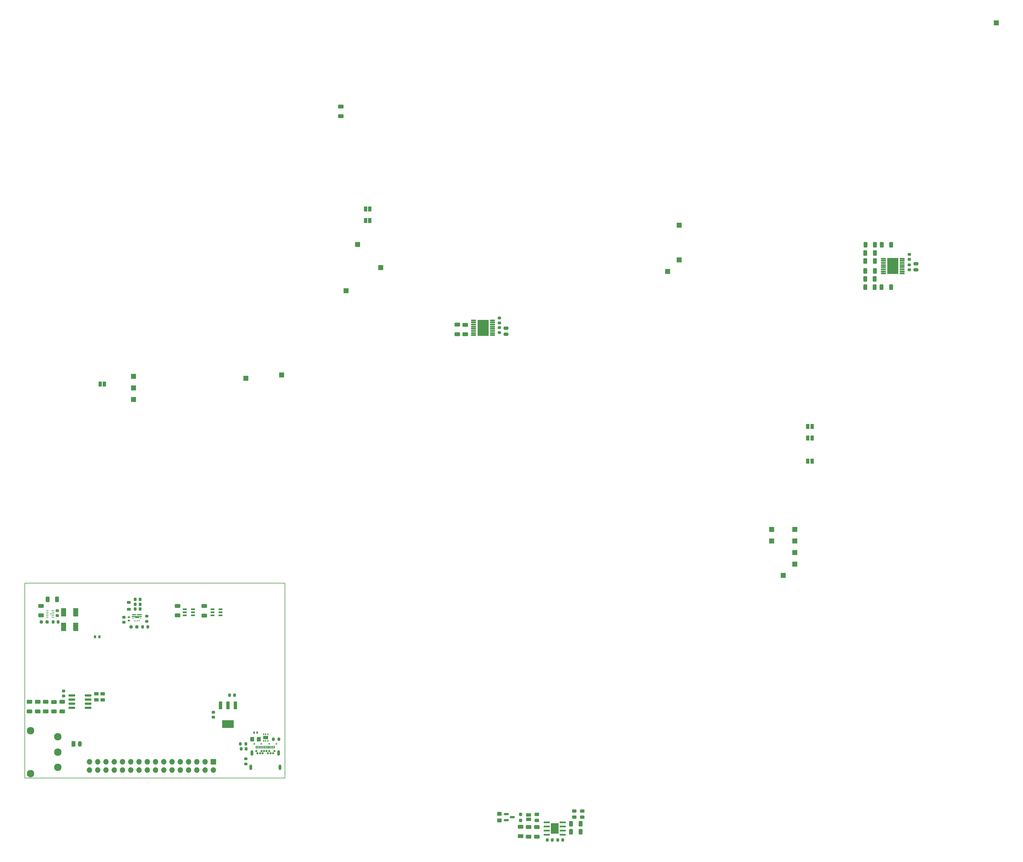
<source format=gbr>
%TF.GenerationSoftware,KiCad,Pcbnew,9.0.0*%
%TF.CreationDate,2025-03-27T16:23:26+02:00*%
%TF.ProjectId,MMPOwerBoardKiCAD9Version,4d4d504f-7765-4724-926f-6172644b6943,rev?*%
%TF.SameCoordinates,Original*%
%TF.FileFunction,Copper,L1,Top*%
%TF.FilePolarity,Positive*%
%FSLAX46Y46*%
G04 Gerber Fmt 4.6, Leading zero omitted, Abs format (unit mm)*
G04 Created by KiCad (PCBNEW 9.0.0) date 2025-03-27 16:23:26*
%MOMM*%
%LPD*%
G01*
G04 APERTURE LIST*
G04 Aperture macros list*
%AMRoundRect*
0 Rectangle with rounded corners*
0 $1 Rounding radius*
0 $2 $3 $4 $5 $6 $7 $8 $9 X,Y pos of 4 corners*
0 Add a 4 corners polygon primitive as box body*
4,1,4,$2,$3,$4,$5,$6,$7,$8,$9,$2,$3,0*
0 Add four circle primitives for the rounded corners*
1,1,$1+$1,$2,$3*
1,1,$1+$1,$4,$5*
1,1,$1+$1,$6,$7*
1,1,$1+$1,$8,$9*
0 Add four rect primitives between the rounded corners*
20,1,$1+$1,$2,$3,$4,$5,0*
20,1,$1+$1,$4,$5,$6,$7,0*
20,1,$1+$1,$6,$7,$8,$9,0*
20,1,$1+$1,$8,$9,$2,$3,0*%
G04 Aperture macros list end*
%TA.AperFunction,NonConductor*%
%ADD10C,0.200000*%
%TD*%
%TA.AperFunction,EtchedComponent*%
%ADD11C,0.010000*%
%TD*%
%TA.AperFunction,SMDPad,CuDef*%
%ADD12RoundRect,0.250000X-0.625000X0.312500X-0.625000X-0.312500X0.625000X-0.312500X0.625000X0.312500X0*%
%TD*%
%TA.AperFunction,SMDPad,CuDef*%
%ADD13RoundRect,0.250000X-0.312500X-0.625000X0.312500X-0.625000X0.312500X0.625000X-0.312500X0.625000X0*%
%TD*%
%TA.AperFunction,SMDPad,CuDef*%
%ADD14RoundRect,0.200000X0.200000X0.275000X-0.200000X0.275000X-0.200000X-0.275000X0.200000X-0.275000X0*%
%TD*%
%TA.AperFunction,SMDPad,CuDef*%
%ADD15RoundRect,0.250000X0.625000X-0.312500X0.625000X0.312500X-0.625000X0.312500X-0.625000X-0.312500X0*%
%TD*%
%TA.AperFunction,SMDPad,CuDef*%
%ADD16R,1.500000X1.500000*%
%TD*%
%TA.AperFunction,SMDPad,CuDef*%
%ADD17RoundRect,0.200000X-0.200000X-0.275000X0.200000X-0.275000X0.200000X0.275000X-0.200000X0.275000X0*%
%TD*%
%TA.AperFunction,SMDPad,CuDef*%
%ADD18RoundRect,0.243750X0.456250X-0.243750X0.456250X0.243750X-0.456250X0.243750X-0.456250X-0.243750X0*%
%TD*%
%TA.AperFunction,SMDPad,CuDef*%
%ADD19R,1.000000X1.500000*%
%TD*%
%TA.AperFunction,SMDPad,CuDef*%
%ADD20RoundRect,0.250000X-0.450000X0.262500X-0.450000X-0.262500X0.450000X-0.262500X0.450000X0.262500X0*%
%TD*%
%TA.AperFunction,SMDPad,CuDef*%
%ADD21R,0.300000X0.900000*%
%TD*%
%TA.AperFunction,ComponentPad*%
%ADD22C,0.640000*%
%TD*%
%TA.AperFunction,SMDPad,CuDef*%
%ADD23R,0.500000X0.300000*%
%TD*%
%TA.AperFunction,ComponentPad*%
%ADD24O,0.850000X1.700000*%
%TD*%
%TA.AperFunction,SMDPad,CuDef*%
%ADD25RoundRect,0.225000X0.250000X-0.225000X0.250000X0.225000X-0.250000X0.225000X-0.250000X-0.225000X0*%
%TD*%
%TA.AperFunction,SMDPad,CuDef*%
%ADD26RoundRect,0.237500X0.237500X-0.250000X0.237500X0.250000X-0.237500X0.250000X-0.237500X-0.250000X0*%
%TD*%
%TA.AperFunction,SMDPad,CuDef*%
%ADD27RoundRect,0.237500X0.250000X0.237500X-0.250000X0.237500X-0.250000X-0.237500X0.250000X-0.237500X0*%
%TD*%
%TA.AperFunction,SMDPad,CuDef*%
%ADD28RoundRect,0.150000X-0.587500X-0.150000X0.587500X-0.150000X0.587500X0.150000X-0.587500X0.150000X0*%
%TD*%
%TA.AperFunction,SMDPad,CuDef*%
%ADD29RoundRect,0.225000X0.225000X0.250000X-0.225000X0.250000X-0.225000X-0.250000X0.225000X-0.250000X0*%
%TD*%
%TA.AperFunction,SMDPad,CuDef*%
%ADD30RoundRect,0.250000X0.312500X0.625000X-0.312500X0.625000X-0.312500X-0.625000X0.312500X-0.625000X0*%
%TD*%
%TA.AperFunction,SMDPad,CuDef*%
%ADD31R,1.500000X2.500000*%
%TD*%
%TA.AperFunction,SMDPad,CuDef*%
%ADD32RoundRect,0.250000X0.475000X-0.250000X0.475000X0.250000X-0.475000X0.250000X-0.475000X-0.250000X0*%
%TD*%
%TA.AperFunction,SMDPad,CuDef*%
%ADD33RoundRect,0.050000X-0.250000X-0.075000X0.250000X-0.075000X0.250000X0.075000X-0.250000X0.075000X0*%
%TD*%
%TA.AperFunction,SMDPad,CuDef*%
%ADD34RoundRect,0.050000X-0.400000X-0.075000X0.400000X-0.075000X0.400000X0.075000X-0.400000X0.075000X0*%
%TD*%
%TA.AperFunction,SMDPad,CuDef*%
%ADD35RoundRect,0.050000X-0.600000X-0.075000X0.600000X-0.075000X0.600000X0.075000X-0.600000X0.075000X0*%
%TD*%
%TA.AperFunction,SMDPad,CuDef*%
%ADD36R,0.350000X0.500000*%
%TD*%
%TA.AperFunction,SMDPad,CuDef*%
%ADD37R,1.600000X1.000000*%
%TD*%
%TA.AperFunction,SMDPad,CuDef*%
%ADD38RoundRect,0.140000X0.140000X0.170000X-0.140000X0.170000X-0.140000X-0.170000X0.140000X-0.170000X0*%
%TD*%
%TA.AperFunction,SMDPad,CuDef*%
%ADD39RoundRect,0.072500X-0.532500X-0.217500X0.532500X-0.217500X0.532500X0.217500X-0.532500X0.217500X0*%
%TD*%
%TA.AperFunction,SMDPad,CuDef*%
%ADD40RoundRect,0.140000X0.170000X-0.140000X0.170000X0.140000X-0.170000X0.140000X-0.170000X-0.140000X0*%
%TD*%
%TA.AperFunction,SMDPad,CuDef*%
%ADD41R,1.240000X0.440000*%
%TD*%
%TA.AperFunction,SMDPad,CuDef*%
%ADD42R,3.040000X0.440000*%
%TD*%
%TA.AperFunction,SMDPad,CuDef*%
%ADD43R,0.600000X0.250000*%
%TD*%
%TA.AperFunction,SMDPad,CuDef*%
%ADD44R,0.250000X0.600000*%
%TD*%
%TA.AperFunction,SMDPad,CuDef*%
%ADD45R,1.590000X0.440000*%
%TD*%
%TA.AperFunction,ComponentPad*%
%ADD46C,2.300000*%
%TD*%
%TA.AperFunction,SMDPad,CuDef*%
%ADD47RoundRect,0.075000X0.910000X0.225000X-0.910000X0.225000X-0.910000X-0.225000X0.910000X-0.225000X0*%
%TD*%
%TA.AperFunction,ComponentPad*%
%ADD48RoundRect,0.250000X-0.350000X-0.625000X0.350000X-0.625000X0.350000X0.625000X-0.350000X0.625000X0*%
%TD*%
%TA.AperFunction,ComponentPad*%
%ADD49O,1.200000X1.750000*%
%TD*%
%TA.AperFunction,ComponentPad*%
%ADD50R,1.700000X1.700000*%
%TD*%
%TA.AperFunction,ComponentPad*%
%ADD51O,1.700000X1.700000*%
%TD*%
%TA.AperFunction,SMDPad,CuDef*%
%ADD52R,0.800000X0.864000*%
%TD*%
%TA.AperFunction,SMDPad,CuDef*%
%ADD53RoundRect,0.225000X-0.250000X0.225000X-0.250000X-0.225000X0.250000X-0.225000X0.250000X0.225000X0*%
%TD*%
%TA.AperFunction,SMDPad,CuDef*%
%ADD54RoundRect,0.225000X-0.225000X-0.250000X0.225000X-0.250000X0.225000X0.250000X-0.225000X0.250000X0*%
%TD*%
%TA.AperFunction,SMDPad,CuDef*%
%ADD55RoundRect,0.218750X-0.381250X0.218750X-0.381250X-0.218750X0.381250X-0.218750X0.381250X0.218750X0*%
%TD*%
%TA.AperFunction,SMDPad,CuDef*%
%ADD56R,1.050000X2.465000*%
%TD*%
%TA.AperFunction,SMDPad,CuDef*%
%ADD57R,3.540000X2.465000*%
%TD*%
%TA.AperFunction,SMDPad,CuDef*%
%ADD58R,1.970000X0.600000*%
%TD*%
%TA.AperFunction,SMDPad,CuDef*%
%ADD59R,2.413000X3.302000*%
%TD*%
%TA.AperFunction,SMDPad,CuDef*%
%ADD60RoundRect,0.200000X0.275000X-0.200000X0.275000X0.200000X-0.275000X0.200000X-0.275000X-0.200000X0*%
%TD*%
%TA.AperFunction,SMDPad,CuDef*%
%ADD61RoundRect,0.250000X0.450000X-0.350000X0.450000X0.350000X-0.450000X0.350000X-0.450000X-0.350000X0*%
%TD*%
%TA.AperFunction,SMDPad,CuDef*%
%ADD62R,1.500000X1.000000*%
%TD*%
%TA.AperFunction,SMDPad,CuDef*%
%ADD63RoundRect,0.250000X0.350000X0.450000X-0.350000X0.450000X-0.350000X-0.450000X0.350000X-0.450000X0*%
%TD*%
%TA.AperFunction,SMDPad,CuDef*%
%ADD64RoundRect,0.056250X-0.693750X-0.168750X0.693750X-0.168750X0.693750X0.168750X-0.693750X0.168750X0*%
%TD*%
%TA.AperFunction,SMDPad,CuDef*%
%ADD65R,3.400000X5.000000*%
%TD*%
%TA.AperFunction,ComponentPad*%
%ADD66C,0.300000*%
%TD*%
%TA.AperFunction,SMDPad,CuDef*%
%ADD67RoundRect,0.237500X-0.250000X-0.237500X0.250000X-0.237500X0.250000X0.237500X-0.250000X0.237500X0*%
%TD*%
G04 APERTURE END LIST*
D10*
X50000000Y-49500000D02*
X130000000Y-49500000D01*
X130000000Y-109500000D01*
X50000000Y-109500000D01*
X50000000Y-49500000D01*
D11*
%TO.C,U6*%
X85057500Y-60200484D02*
X83941151Y-60200484D01*
X83941151Y-60040000D01*
X85057500Y-60040000D01*
X85057500Y-60200484D01*
%TA.AperFunction,EtchedComponent*%
G36*
X85057500Y-60200484D02*
G01*
X83941151Y-60200484D01*
X83941151Y-60040000D01*
X85057500Y-60040000D01*
X85057500Y-60200484D01*
G37*
%TD.AperFunction*%
%TD*%
D12*
%TO.P,R2,2*%
%TO.N,GND*%
X183000000Y27037500D03*
%TO.P,R2,1*%
%TO.N,Net-(JP6-A)*%
X183000000Y29962500D03*
%TD*%
%TO.P,R2,2*%
%TO.N,GND*%
X147182500Y94075000D03*
%TO.P,R2,1*%
%TO.N,Net-(JP6-A)*%
X147182500Y97000000D03*
%TD*%
D13*
%TO.P,R3,2*%
%TO.N,Net-(R3-Pad2)*%
X311462500Y49500000D03*
%TO.P,R3,1*%
%TO.N,Net-(U9-AISEN)*%
X308537500Y49500000D03*
%TD*%
%TO.P,R8,2*%
%TO.N,Net-(R34-Pad1)*%
X311425000Y41500000D03*
%TO.P,R8,1*%
%TO.N,Net-(U9-BISEN)*%
X308500000Y41500000D03*
%TD*%
%TO.P,R5,2*%
%TO.N,Net-(R35-Pad1)*%
X311500000Y54500000D03*
%TO.P,R5,1*%
%TO.N,Net-(U9-AISEN)*%
X308575000Y54500000D03*
%TD*%
%TO.P,R7,2*%
%TO.N,GND*%
X311462500Y46500000D03*
%TO.P,R7,1*%
%TO.N,Net-(U9-BISEN)*%
X308537500Y46500000D03*
%TD*%
%TO.P,R4,2*%
%TO.N,GND*%
X311462500Y52000000D03*
%TO.P,R4,1*%
%TO.N,Net-(U9-AISEN)*%
X308537500Y52000000D03*
%TD*%
%TO.P,R6,2*%
%TO.N,Net-(R34-Pad2)*%
X311425000Y44000000D03*
%TO.P,R6,1*%
%TO.N,Net-(U9-BISEN)*%
X308500000Y44000000D03*
%TD*%
%TO.P,R34,2*%
%TO.N,Net-(R34-Pad2)*%
X316462500Y41500000D03*
%TO.P,R34,1*%
%TO.N,Net-(R34-Pad1)*%
X313537500Y41500000D03*
%TD*%
%TO.P,R35,2*%
%TO.N,Net-(R3-Pad2)*%
X316500000Y54500000D03*
%TO.P,R35,1*%
%TO.N,Net-(R35-Pad1)*%
X313575000Y54500000D03*
%TD*%
D12*
%TO.P,R37,1*%
%TO.N,/5V_charge*%
X202537500Y-124445000D03*
%TO.P,R37,2*%
%TO.N,Net-(U2-CE)*%
X202537500Y-127370000D03*
%TD*%
%TO.P,R24,1*%
%TO.N,/5V_charge*%
X205000000Y-124575000D03*
%TO.P,R24,2*%
%TO.N,Net-(U2-CE)*%
X205000000Y-127500000D03*
%TD*%
%TO.P,R23,1*%
%TO.N,/5V_charge*%
X207500000Y-124575000D03*
%TO.P,R23,2*%
%TO.N,Net-(U2-CE)*%
X207500000Y-127500000D03*
%TD*%
D14*
%TO.P,R20,1*%
%TO.N,Net-(C15-Pad1)*%
X118000000Y-99000000D03*
%TO.P,R20,2*%
%TO.N,GND*%
X116350000Y-99000000D03*
%TD*%
D15*
%TO.P,R32,1*%
%TO.N,/FromBattery*%
X59000000Y-89000000D03*
%TO.P,R32,2*%
%TO.N,/LoadCircuit*%
X59000000Y-86075000D03*
%TD*%
D16*
%TO.P,TP12,1,1*%
%TO.N,Net-(JP2-A)*%
X286825000Y-36540000D03*
%TD*%
D17*
%TO.P,R21,1*%
%TO.N,Net-(J1-SUB1)*%
X126500000Y-97500000D03*
%TO.P,R21,2*%
%TO.N,GND*%
X128150000Y-97500000D03*
%TD*%
D18*
%TO.P,D1,1,K*%
%TO.N,Net-(D1-K)*%
X221500000Y-121500000D03*
%TO.P,D1,2,A*%
%TO.N,/5V_charge*%
X221500000Y-119625000D03*
%TD*%
D19*
%TO.P,JP6,1,A*%
%TO.N,Net-(JP6-A)*%
X154850000Y61950000D03*
%TO.P,JP6,2,B*%
%TO.N,GND*%
X156150000Y61950000D03*
%TD*%
D20*
%TO.P,R25,1*%
%TO.N,GND*%
X207500000Y-120675000D03*
%TO.P,R25,2*%
%TO.N,Net-(JP7-B)*%
X207500000Y-122500000D03*
%TD*%
D15*
%TO.P,R30,1*%
%TO.N,/FromBattery*%
X54000000Y-88962500D03*
%TO.P,R30,2*%
%TO.N,/LoadCircuit*%
X54000000Y-86037500D03*
%TD*%
D21*
%TO.P,J1,A1,GND_A*%
%TO.N,GND*%
X121250000Y-99947500D03*
%TO.P,J1,A2,SSTXP1*%
%TO.N,unconnected-(J1-SSTXP1-PadA2)*%
X121750000Y-99947500D03*
%TO.P,J1,A3,SSTXN1*%
%TO.N,unconnected-(J1-SSTXN1-PadA3)*%
X122250000Y-99947500D03*
%TO.P,J1,A4,VBUS_A*%
%TO.N,Net-(JP1-B)*%
X122750000Y-99947500D03*
%TO.P,J1,A5,CC1*%
%TO.N,Net-(J1-CC1)*%
X123250000Y-99947500D03*
%TO.P,J1,A6,DP1*%
%TO.N,Net-(J1-DP1)*%
X123750000Y-99947500D03*
%TO.P,J1,A7,DN1*%
%TO.N,Net-(J1-DN1)*%
X124250000Y-99947500D03*
%TO.P,J1,A8,SUB1*%
%TO.N,Net-(J1-SUB1)*%
X124750000Y-99947500D03*
%TO.P,J1,A9,VBUS_A*%
%TO.N,Net-(JP1-B)*%
X125250000Y-99947500D03*
%TO.P,J1,A10,SSRXN2*%
%TO.N,unconnected-(J1-SSRXN2-PadA10)*%
X125750000Y-99947500D03*
%TO.P,J1,A11,SSRXP2*%
%TO.N,unconnected-(J1-SSRXP2-PadA11)*%
X126250000Y-99947500D03*
%TO.P,J1,A12,GND_A*%
%TO.N,GND*%
X126750000Y-99947500D03*
D22*
%TO.P,J1,B1,GND_B*%
X126800000Y-101157500D03*
%TO.P,J1,B2,SSTXP2*%
%TO.N,unconnected-(J1-SSTXP2-PadB2)*%
X126400000Y-101857500D03*
%TO.P,J1,B3,SSTXN2*%
%TO.N,unconnected-(J1-SSTXN2-PadB3)*%
X125600000Y-101857500D03*
%TO.P,J1,B4,VBUS_B*%
%TO.N,Net-(JP1-B)*%
X125200000Y-101157500D03*
%TO.P,J1,B5,CC2*%
%TO.N,Net-(J1-CC2)*%
X124800000Y-101857500D03*
%TO.P,J1,B6,DP2*%
%TO.N,Net-(J1-DP1)*%
X124400000Y-101157500D03*
%TO.P,J1,B7,DN2*%
%TO.N,Net-(J1-DN1)*%
X123600000Y-101157500D03*
%TO.P,J1,B8,SUB2*%
%TO.N,Net-(J1-SUB2)*%
X123200000Y-101857500D03*
%TO.P,J1,B9,VBUS_B*%
%TO.N,Net-(JP1-B)*%
X122800000Y-101157500D03*
%TO.P,J1,B10,SSRXN1*%
%TO.N,unconnected-(J1-SSRXN1-PadB10)*%
X122400000Y-101857500D03*
%TO.P,J1,B11,SSRXP1*%
%TO.N,unconnected-(J1-SSRXP1-PadB11)*%
X121600000Y-101857500D03*
%TO.P,J1,B12,GND_B*%
%TO.N,GND*%
X121200000Y-101157500D03*
D23*
%TO.P,J1,S1,SHIELD*%
%TO.N,Net-(C15-Pad1)*%
X120630000Y-98957500D03*
%TO.P,J1,S2,SHIELD*%
X122750000Y-98957500D03*
%TO.P,J1,S3,SHIELD*%
X125250000Y-98957500D03*
%TO.P,J1,S4,SHIELD*%
X127380000Y-98957500D03*
D24*
%TO.P,J1,S5,SHIELD*%
X119880000Y-101747500D03*
%TO.P,J1,S6,SHIELD*%
X128120000Y-101747500D03*
%TO.P,J1,S7,SHIELD*%
X119510000Y-106147500D03*
%TO.P,J1,S8,SHIELD*%
X128480000Y-106147500D03*
%TD*%
D25*
%TO.P,C5,1*%
%TO.N,/LoadCircuit*%
X322100000Y46800000D03*
%TO.P,C5,2*%
%TO.N,GND*%
X322100000Y48350000D03*
%TD*%
D26*
%TO.P,R26,1*%
%TO.N,Net-(Q1-C)*%
X202500000Y-122500000D03*
%TO.P,R26,2*%
%TO.N,Net-(JP7-A)*%
X202500000Y-120675000D03*
%TD*%
D15*
%TO.P,R31,1*%
%TO.N,/FromBattery*%
X56500000Y-88962500D03*
%TO.P,R31,2*%
%TO.N,/LoadCircuit*%
X56500000Y-86037500D03*
%TD*%
D19*
%TO.P,JP1,1,A*%
%TO.N,/9V*%
X290850000Y-1350000D03*
%TO.P,JP1,2,B*%
%TO.N,Net-(JP1-B)*%
X292150000Y-1350000D03*
%TD*%
%TO.P,JP3,1,A*%
%TO.N,/5V*%
X73231834Y11690000D03*
%TO.P,JP3,2,B*%
%TO.N,Net-(JP3-B)*%
X74531834Y11690000D03*
%TD*%
D27*
%TO.P,R14,1*%
%TO.N,Net-(JP2-A)*%
X56912500Y-61500000D03*
%TO.P,R14,2*%
X55087500Y-61500000D03*
%TD*%
D19*
%TO.P,JP4,1,A*%
%TO.N,Net-(JP4-A)*%
X290850000Y-12000000D03*
%TO.P,JP4,2,B*%
%TO.N,/5V_charge*%
X292150000Y-12000000D03*
%TD*%
D18*
%TO.P,D2,1,K*%
%TO.N,Net-(D2-K)*%
X219000000Y-121500000D03*
%TO.P,D2,2,A*%
%TO.N,/5V_charge*%
X219000000Y-119625000D03*
%TD*%
D16*
%TO.P,TP2,1,1*%
%TO.N,/LoadCircuit*%
X279725000Y-36540000D03*
%TD*%
D28*
%TO.P,Q1,1,B*%
%TO.N,Net-(Q1-B)*%
X198125000Y-120550000D03*
%TO.P,Q1,2,E*%
%TO.N,GND*%
X198125000Y-122450000D03*
%TO.P,Q1,3,C*%
%TO.N,Net-(Q1-C)*%
X200000000Y-121500000D03*
%TD*%
D29*
%TO.P,C12,1*%
%TO.N,Net-(JP3-B)*%
X85500000Y-57500000D03*
%TO.P,C12,2*%
%TO.N,GND*%
X83950000Y-57500000D03*
%TD*%
D30*
%TO.P,R28,1*%
%TO.N,Net-(D2-K)*%
X220962500Y-123500000D03*
%TO.P,R28,2*%
%TO.N,Net-(U2-~{CHRG})*%
X218037500Y-123500000D03*
%TD*%
D17*
%TO.P,R36,1*%
%TO.N,Net-(R13-Pad2)*%
X86262500Y-63000000D03*
%TO.P,R36,2*%
%TO.N,Net-(U6-FB)*%
X87912500Y-63000000D03*
%TD*%
D29*
%TO.P,C15,1*%
%TO.N,Net-(C15-Pad1)*%
X118115000Y-100490000D03*
%TO.P,C15,2*%
%TO.N,GND*%
X116565000Y-100490000D03*
%TD*%
D31*
%TO.P,L3,1,1*%
%TO.N,Net-(U4-L2)*%
X62000000Y-63000000D03*
%TO.P,L3,2,2*%
%TO.N,Net-(L2-Pad1)*%
X65700000Y-63000000D03*
%TD*%
D32*
%TO.P,C3,1*%
%TO.N,/LoadCircuit*%
X198000000Y27000000D03*
%TO.P,C3,2*%
%TO.N,Net-(U3-VCP)*%
X198000000Y28900000D03*
%TD*%
D19*
%TO.P,JP5,1,A*%
%TO.N,Net-(JP5-A)*%
X154850000Y65500000D03*
%TO.P,JP5,2,B*%
%TO.N,GND*%
X156150000Y65500000D03*
%TD*%
D33*
%TO.P,U4,1,EN*%
%TO.N,/LoadCircuit*%
X57000000Y-58000000D03*
%TO.P,U4,2,MODE*%
%TO.N,GND*%
X57000000Y-58500000D03*
%TO.P,U4,3,AGND*%
%TO.N,GNDA*%
X57000000Y-59000000D03*
%TO.P,U4,4,FB*%
%TO.N,Net-(JP2-A)*%
X57000000Y-59500000D03*
%TO.P,U4,5,PG*%
X57000000Y-60000000D03*
D34*
%TO.P,U4,6,VOUT*%
X58650000Y-60000000D03*
%TO.P,U4,7,L2*%
%TO.N,Net-(U4-L2)*%
X58650000Y-59500000D03*
D35*
%TO.P,U4,8,GND*%
%TO.N,GND*%
X58450000Y-59000000D03*
D34*
%TO.P,U4,9,L1*%
%TO.N,Net-(U4-L1)*%
X58650000Y-58500000D03*
%TO.P,U4,10,VIN*%
%TO.N,/LoadCircuit*%
X58650000Y-58000000D03*
%TD*%
D16*
%TO.P,TP6,1,1*%
%TO.N,/Motor2_A_OUT*%
X152400000Y54600000D03*
%TD*%
D36*
%TO.P,U1,1,CC1*%
%TO.N,Net-(J1-CC1)*%
X124800000Y-96000000D03*
%TO.P,U1,2,VUSB*%
%TO.N,Net-(JP1-B)*%
X124150000Y-96000000D03*
%TO.P,U1,3,VSET*%
%TO.N,Net-(U1-VSET)*%
X123500000Y-96000000D03*
%TO.P,U1,4,D+*%
%TO.N,Net-(J1-DP1)*%
X123500000Y-98000000D03*
%TO.P,U1,5,D-*%
%TO.N,Net-(J1-DN1)*%
X124150000Y-98000000D03*
%TO.P,U1,6,CC2*%
%TO.N,Net-(J1-CC2)*%
X124800000Y-98000000D03*
D37*
%TO.P,U1,7,GND*%
%TO.N,GND*%
X124150000Y-97000000D03*
%TD*%
D16*
%TO.P,TP11,1,1*%
%TO.N,Net-(JP2-A)*%
X286825000Y-32990000D03*
%TD*%
D38*
%TO.P,C16,1*%
%TO.N,Net-(JP1-B)*%
X121500000Y-95500000D03*
%TO.P,C16,2*%
%TO.N,GND*%
X120540000Y-95500000D03*
%TD*%
D39*
%TO.P,U10,1,VIN*%
%TO.N,/5V*%
X107745000Y-57550000D03*
%TO.P,U10,2,GND*%
%TO.N,GND*%
X107745000Y-58500000D03*
%TO.P,U10,3,ON*%
%TO.N,/EXT_LOAD2_CTRL*%
X107745000Y-59450000D03*
%TO.P,U10,4,CT*%
%TO.N,unconnected-(U10-CT-Pad4)*%
X110255000Y-59450000D03*
%TO.P,U10,5,QOD*%
%TO.N,unconnected-(U10-QOD-Pad5)*%
X110255000Y-58500000D03*
%TO.P,U10,6,VOUT*%
%TO.N,/EXT_LOAD2_OUT*%
X110255000Y-57550000D03*
%TD*%
D40*
%TO.P,C9,1*%
%TO.N,/LoadCircuit*%
X82000000Y-61000000D03*
%TO.P,C9,2*%
%TO.N,GND*%
X82000000Y-60040000D03*
%TD*%
D41*
%TO.P,U6,1,PGND*%
%TO.N,GND*%
X83600000Y-59230000D03*
D42*
%TO.P,U6,2,SW*%
%TO.N,Net-(U6-SW)*%
X84500000Y-59830000D03*
D43*
%TO.P,U6,3,VIN*%
%TO.N,/LoadCircuit*%
X83350000Y-60475000D03*
D44*
%TO.P,U6,4,CC*%
%TO.N,GNDA*%
X83750000Y-61150000D03*
%TO.P,U6,5,AGND*%
X84250000Y-61150000D03*
%TO.P,U6,6,FB*%
%TO.N,Net-(U6-FB)*%
X84750000Y-61150000D03*
%TO.P,U6,7,EN*%
%TO.N,/LoadCircuit*%
X85250000Y-61150000D03*
D43*
%TO.P,U6,8,INACT*%
%TO.N,GNDA*%
X85650000Y-60475000D03*
D45*
%TO.P,U6,9,VOUT*%
%TO.N,Net-(JP3-B)*%
X85225000Y-59230000D03*
%TD*%
D46*
%TO.P,SW1,1,1*%
%TO.N,/ChargingCircuit*%
X60200000Y-106200000D03*
%TO.P,SW1,2,2*%
%TO.N,/Battery*%
X60200000Y-101500000D03*
%TO.P,SW1,3,3*%
%TO.N,/FromBattery*%
X60200000Y-96800000D03*
%TO.P,SW1,4,4*%
%TO.N,unconnected-(SW1-Pad4)*%
X51800000Y-94900000D03*
%TO.P,SW1,5,5*%
%TO.N,unconnected-(SW1-Pad5)*%
X51800000Y-108100000D03*
%TD*%
D15*
%TO.P,R15,1*%
%TO.N,Net-(JP2-A)*%
X55000000Y-59462500D03*
%TO.P,R15,2*%
%TO.N,GNDA*%
X55000000Y-56537500D03*
%TD*%
D47*
%TO.P,U7,1,A1*%
%TO.N,/3V3*%
X69470000Y-87905000D03*
%TO.P,U7,2,A0*%
X69470000Y-86635000D03*
%TO.P,U7,3,SDA*%
%TO.N,/I2C1_SDA*%
X69470000Y-85365000D03*
%TO.P,U7,4,SCL*%
%TO.N,/I2C1_SCL*%
X69470000Y-84095000D03*
%TO.P,U7,5,VS*%
%TO.N,/3V3*%
X64530000Y-84095000D03*
%TO.P,U7,6,GND*%
%TO.N,GND*%
X64530000Y-85365000D03*
%TO.P,U7,7,VIN-*%
%TO.N,/LoadCircuit*%
X64530000Y-86635000D03*
%TO.P,U7,8,VIN+*%
%TO.N,/FromBattery*%
X64530000Y-87905000D03*
%TD*%
D48*
%TO.P,J3,1,Pin_1*%
%TO.N,/Battery*%
X65000000Y-98950000D03*
D49*
%TO.P,J3,2,Pin_2*%
%TO.N,GND*%
X67000000Y-98950000D03*
%TD*%
D50*
%TO.P,J2,1,Pin_1*%
%TO.N,/Motor2_B_OUT*%
X108040000Y-104460000D03*
D51*
%TO.P,J2,2,Pin_2*%
%TO.N,/Motor2_A_OUT*%
X108040000Y-107000000D03*
%TO.P,J2,3,Pin_3*%
%TO.N,/Motor4_A_OUT*%
X105500000Y-104460000D03*
%TO.P,J2,4,Pin_4*%
%TO.N,/MOTOR2_CTRL1*%
X105500000Y-107000000D03*
%TO.P,J2,5,Pin_5*%
%TO.N,/Motor4_B_OUT*%
X102960000Y-104460000D03*
%TO.P,J2,6,Pin_6*%
%TO.N,/MOTOR2_CTRL2*%
X102960000Y-107000000D03*
%TO.P,J2,7,Pin_7*%
%TO.N,/EXT_LOAD2_CTRL*%
X100420000Y-104460000D03*
%TO.P,J2,8,Pin_8*%
%TO.N,/MOTOR4_CTRL1*%
X100420000Y-107000000D03*
%TO.P,J2,9,Pin_9*%
%TO.N,unconnected-(J2-Pin_9-Pad9)*%
X97880000Y-104460000D03*
%TO.P,J2,10,Pin_10*%
%TO.N,/MOTOR4_CTRL2*%
X97880000Y-107000000D03*
%TO.P,J2,11,Pin_11*%
%TO.N,/EXT_LOAD2_OUT*%
X95340000Y-104460000D03*
%TO.P,J2,12,Pin_12*%
%TO.N,unconnected-(J2-Pin_12-Pad12)*%
X95340000Y-107000000D03*
%TO.P,J2,13,Pin_13*%
%TO.N,/FAST_CHARGE_CTRL*%
X92800000Y-104460000D03*
%TO.P,J2,14,Pin_14*%
%TO.N,/Battery*%
X92800000Y-107000000D03*
%TO.P,J2,15,Pin_15*%
%TO.N,unconnected-(J2-Pin_15-Pad15)*%
X90260000Y-104460000D03*
%TO.P,J2,16,Pin_16*%
%TO.N,/I2C1_SCL*%
X90260000Y-107000000D03*
%TO.P,J2,17,Pin_17*%
%TO.N,/I2C1_SDA*%
X87720000Y-104460000D03*
%TO.P,J2,18,Pin_18*%
%TO.N,/3V3*%
X87720000Y-107000000D03*
%TO.P,J2,19,Pin_19*%
%TO.N,GND*%
X85180000Y-104460000D03*
%TO.P,J2,20,Pin_20*%
%TO.N,/5V*%
X85180000Y-107000000D03*
%TO.P,J2,21,Pin_21*%
%TO.N,/EXT_LOAD1_OUT*%
X82640000Y-104460000D03*
%TO.P,J2,22,Pin_22*%
%TO.N,/9V*%
X82640000Y-107000000D03*
%TO.P,J2,23,Pin_23*%
%TO.N,GND*%
X80100000Y-104460000D03*
%TO.P,J2,24,Pin_24*%
%TO.N,/MOTOR3_CTRL1*%
X80100000Y-107000000D03*
%TO.P,J2,25,Pin_25*%
%TO.N,/EXT_LOAD1_CTRL*%
X77560000Y-104460000D03*
%TO.P,J2,26,Pin_26*%
%TO.N,/MOTOR3_CTRL2*%
X77560000Y-107000000D03*
%TO.P,J2,27,Pin_27*%
%TO.N,/Motor3_A_OUT*%
X75020000Y-104460000D03*
%TO.P,J2,28,Pin_28*%
%TO.N,/MOTOR1_CTRL1*%
X75020000Y-107000000D03*
%TO.P,J2,29,Pin_29*%
%TO.N,/Motor3_B_OUT*%
X72480000Y-104460000D03*
%TO.P,J2,30,Pin_30*%
%TO.N,/MOTOR1_CTRL2*%
X72480000Y-107000000D03*
%TO.P,J2,31,Pin_31*%
%TO.N,/Motor1_B_OUT*%
X69940000Y-104460000D03*
%TO.P,J2,32,Pin_32*%
%TO.N,/Motor1_A_OUT*%
X69940000Y-107000000D03*
%TD*%
D16*
%TO.P,TP16,1,1*%
%TO.N,/Motor4_A_OUT*%
X251256834Y60520000D03*
%TD*%
D12*
%TO.P,R1,1*%
%TO.N,Net-(JP5-A)*%
X185500000Y29925000D03*
%TO.P,R1,2*%
%TO.N,GND*%
X185500000Y27000000D03*
%TD*%
D30*
%TO.P,R16,1*%
%TO.N,/LoadCircuit*%
X59962500Y-54500000D03*
%TO.P,R16,2*%
%TO.N,Net-(JP2-A)*%
X57037500Y-54500000D03*
%TD*%
D19*
%TO.P,JP2,1,A*%
%TO.N,Net-(JP2-A)*%
X290850000Y-4900000D03*
%TO.P,JP2,2,B*%
%TO.N,/3V3*%
X292150000Y-4900000D03*
%TD*%
D16*
%TO.P,TP10,1,1*%
%TO.N,GNDA*%
X283275000Y-47190000D03*
%TD*%
D52*
%TO.P,FB1,1*%
%TO.N,GNDA*%
X71600000Y-66000000D03*
%TO.P,FB1,2*%
%TO.N,GND*%
X73000000Y-66000000D03*
%TD*%
D15*
%TO.P,R17,1*%
%TO.N,/EXT_LOAD1_CTRL*%
X97000000Y-59462500D03*
%TO.P,R17,2*%
%TO.N,GND*%
X97000000Y-56537500D03*
%TD*%
D16*
%TO.P,TP5,1,1*%
%TO.N,/Motor2_B_OUT*%
X148850000Y40400000D03*
%TD*%
D29*
%TO.P,C11,1*%
%TO.N,Net-(JP3-B)*%
X85500000Y-56000000D03*
%TO.P,C11,2*%
%TO.N,GND*%
X83950000Y-56000000D03*
%TD*%
%TO.P,C10,1*%
%TO.N,Net-(JP3-B)*%
X85500000Y-54500000D03*
%TO.P,C10,2*%
%TO.N,GND*%
X83950000Y-54500000D03*
%TD*%
D53*
%TO.P,C13,1*%
%TO.N,/LoadCircuit*%
X60000000Y-58000000D03*
%TO.P,C13,2*%
%TO.N,GND*%
X60000000Y-59550000D03*
%TD*%
D54*
%TO.P,C14,1*%
%TO.N,Net-(JP2-A)*%
X58725000Y-61500000D03*
%TO.P,C14,2*%
%TO.N,GND*%
X60275000Y-61500000D03*
%TD*%
D16*
%TO.P,TP4,1,1*%
%TO.N,/EXT_LOAD1_OUT*%
X118000000Y13500000D03*
%TD*%
D55*
%TO.P,L1,1,1*%
%TO.N,/LoadCircuit*%
X82000000Y-55437500D03*
%TO.P,L1,2,2*%
%TO.N,Net-(U6-SW)*%
X82000000Y-57562500D03*
%TD*%
D20*
%TO.P,R10,1*%
%TO.N,/3V3*%
X74000000Y-83587500D03*
%TO.P,R10,2*%
%TO.N,/I2C1_SCL*%
X74000000Y-85412500D03*
%TD*%
D56*
%TO.P,U11,1,GND*%
%TO.N,GND*%
X114800000Y-87142500D03*
%TO.P,U11,2,Vout*%
%TO.N,Net-(JP4-A)*%
X112500000Y-87142500D03*
%TO.P,U11,3,Vin*%
%TO.N,/9V*%
X110200000Y-87142500D03*
D57*
%TO.P,U11,4,Vout*%
%TO.N,unconnected-(U11-Vout-Pad4)*%
X112500000Y-92857500D03*
%TD*%
D16*
%TO.P,TP19,1,1*%
%TO.N,Net-(U9-AISEN)*%
X251256834Y49870000D03*
%TD*%
D15*
%TO.P,R18,1*%
%TO.N,/EXT_LOAD2_CTRL*%
X105245000Y-59500000D03*
%TO.P,R18,2*%
%TO.N,GND*%
X105245000Y-56575000D03*
%TD*%
D58*
%TO.P,U2,1,TEMP*%
%TO.N,GND*%
X210525000Y-123095000D03*
%TO.P,U2,2,PROG*%
%TO.N,Net-(JP7-B)*%
X210525000Y-124365000D03*
%TO.P,U2,3,GND*%
%TO.N,GND*%
X210525000Y-125635000D03*
%TO.P,U2,4,VCC*%
%TO.N,Net-(U2-CE)*%
X210525000Y-126905000D03*
%TO.P,U2,5,BAT*%
%TO.N,/ChargingCircuit*%
X215475000Y-126905000D03*
%TO.P,U2,6,~{STDBY}*%
%TO.N,Net-(U2-~{STDBY})*%
X215475000Y-125635000D03*
%TO.P,U2,7,~{CHRG}*%
%TO.N,Net-(U2-~{CHRG})*%
X215475000Y-124365000D03*
%TO.P,U2,8,CE*%
%TO.N,Net-(U2-CE)*%
X215475000Y-123095000D03*
D59*
%TO.P,U2,9,EXP*%
%TO.N,GND*%
X213000000Y-125000000D03*
%TD*%
D31*
%TO.P,L2,1,1*%
%TO.N,Net-(L2-Pad1)*%
X65700000Y-58500000D03*
%TO.P,L2,2,2*%
%TO.N,Net-(U4-L1)*%
X62000000Y-58500000D03*
%TD*%
D60*
%TO.P,R22,1*%
%TO.N,Net-(J1-SUB2)*%
X118000000Y-105150000D03*
%TO.P,R22,2*%
%TO.N,GND*%
X118000000Y-103500000D03*
%TD*%
D30*
%TO.P,R29,1*%
%TO.N,Net-(D1-K)*%
X220962500Y-126000000D03*
%TO.P,R29,2*%
%TO.N,Net-(U2-~{STDBY})*%
X218037500Y-126000000D03*
%TD*%
D53*
%TO.P,C7,1*%
%TO.N,/3V3*%
X62000000Y-82725000D03*
%TO.P,C7,2*%
%TO.N,GND*%
X62000000Y-84275000D03*
%TD*%
D32*
%TO.P,C4,1*%
%TO.N,/LoadCircuit*%
X324100000Y46800000D03*
%TO.P,C4,2*%
%TO.N,Net-(U9-VCP)*%
X324100000Y48700000D03*
%TD*%
D25*
%TO.P,C2,1*%
%TO.N,/LoadCircuit*%
X196000000Y27500000D03*
%TO.P,C2,2*%
%TO.N,GND*%
X196000000Y29050000D03*
%TD*%
D16*
%TO.P,TP7,1,1*%
%TO.N,Net-(JP3-B)*%
X83500000Y14050000D03*
%TD*%
D15*
%TO.P,R33,1*%
%TO.N,/FromBattery*%
X61500000Y-88962500D03*
%TO.P,R33,2*%
%TO.N,/LoadCircuit*%
X61500000Y-86037500D03*
%TD*%
D20*
%TO.P,R11,1*%
%TO.N,/3V3*%
X72000000Y-83587500D03*
%TO.P,R11,2*%
%TO.N,/I2C1_SDA*%
X72000000Y-85412500D03*
%TD*%
D16*
%TO.P,TP17,1,1*%
%TO.N,Net-(U9-BISEN)*%
X348829334Y122760000D03*
%TD*%
D61*
%TO.P,R27,1*%
%TO.N,/FAST_CHARGE_CTRL*%
X196000000Y-122500000D03*
%TO.P,R27,2*%
%TO.N,Net-(Q1-B)*%
X196000000Y-120500000D03*
%TD*%
D16*
%TO.P,TP15,1,1*%
%TO.N,/Motor4_B_OUT*%
X247706834Y46320000D03*
%TD*%
%TO.P,TP8,1,1*%
%TO.N,Net-(U6-FB)*%
X83500000Y10500000D03*
%TD*%
D62*
%TO.P,JP7,1,A*%
%TO.N,Net-(JP7-A)*%
X205000000Y-120850000D03*
%TO.P,JP7,2,B*%
%TO.N,Net-(JP7-B)*%
X205000000Y-122150000D03*
%TD*%
D63*
%TO.P,R19,1*%
%TO.N,Net-(U1-VSET)*%
X122000000Y-97500000D03*
%TO.P,R19,2*%
%TO.N,GND*%
X120000000Y-97500000D03*
%TD*%
D53*
%TO.P,C18,1*%
%TO.N,/9V*%
X108000000Y-89225000D03*
%TO.P,C18,2*%
%TO.N,GND*%
X108000000Y-90775000D03*
%TD*%
D15*
%TO.P,R9,1*%
%TO.N,/FromBattery*%
X51500000Y-88962500D03*
%TO.P,R9,2*%
%TO.N,/LoadCircuit*%
X51500000Y-86037500D03*
%TD*%
D16*
%TO.P,TP18,1,1*%
%TO.N,GND*%
X159500000Y47500000D03*
%TD*%
D53*
%TO.P,C1,1*%
%TO.N,Net-(U3-VINT)*%
X196000000Y32050000D03*
%TO.P,C1,2*%
%TO.N,GND*%
X196000000Y30500000D03*
%TD*%
D54*
%TO.P,C20,1*%
%TO.N,Net-(U2-CE)*%
X210725000Y-128500000D03*
%TO.P,C20,2*%
%TO.N,GND*%
X212275000Y-128500000D03*
%TD*%
D64*
%TO.P,U9,1,NSLEEP*%
%TO.N,/3V3*%
X314100000Y50250000D03*
%TO.P,U9,2,AOUT1*%
%TO.N,/Motor3_A_OUT*%
X314100000Y49600000D03*
%TO.P,U9,3,AISEN*%
%TO.N,Net-(U9-AISEN)*%
X314100000Y48950000D03*
%TO.P,U9,4,AOUT2*%
%TO.N,/Motor3_B_OUT*%
X314100000Y48300000D03*
%TO.P,U9,5,BOUT2*%
%TO.N,/Motor4_B_OUT*%
X314100000Y47650000D03*
%TO.P,U9,6,BISEN*%
%TO.N,Net-(U9-BISEN)*%
X314100000Y47000000D03*
%TO.P,U9,7,BOUT1*%
%TO.N,/Motor4_A_OUT*%
X314100000Y46350000D03*
%TO.P,U9,8,~{NFAULT}*%
%TO.N,unconnected-(U9-~{NFAULT}-Pad8)*%
X314100000Y45700000D03*
%TO.P,U9,9,BIN1*%
%TO.N,/MOTOR4_CTRL1*%
X319900000Y45700000D03*
%TO.P,U9,10,BIN2*%
%TO.N,/MOTOR4_CTRL2*%
X319900000Y46350000D03*
%TO.P,U9,11,VCP*%
%TO.N,Net-(U9-VCP)*%
X319900000Y47000000D03*
%TO.P,U9,12,VM*%
%TO.N,/LoadCircuit*%
X319900000Y47650000D03*
%TO.P,U9,13,GND*%
%TO.N,GND*%
X319900000Y48300000D03*
%TO.P,U9,14,VINT*%
%TO.N,Net-(U9-VINT)*%
X319900000Y48950000D03*
%TO.P,U9,15,AIN2*%
%TO.N,/MOTOR3_CTRL2*%
X319900000Y49600000D03*
%TO.P,U9,16,AIN1*%
%TO.N,/MOTOR3_CTRL1*%
X319900000Y50250000D03*
D65*
%TO.P,U9,17,EXP*%
%TO.N,GND*%
X317000000Y47975000D03*
D66*
%TO.P,U9,18*%
%TO.N,N/C*%
X316000000Y49775000D03*
%TO.P,U9,19*%
X317000000Y49775000D03*
%TO.P,U9,20*%
X318000000Y49775000D03*
%TO.P,U9,21*%
X316000000Y48575000D03*
%TO.P,U9,22*%
X317000000Y48575000D03*
%TO.P,U9,23*%
X318000000Y48575000D03*
%TO.P,U9,24*%
X316000000Y47375000D03*
%TO.P,U9,25*%
X317000000Y47375000D03*
%TO.P,U9,26*%
X318000000Y47375000D03*
%TO.P,U9,27*%
X316000000Y46175000D03*
%TO.P,U9,28*%
X317000000Y46175000D03*
%TO.P,U9,29*%
X318000000Y46175000D03*
%TD*%
D54*
%TO.P,C19,1*%
%TO.N,Net-(JP4-A)*%
X113000000Y-84000000D03*
%TO.P,C19,2*%
%TO.N,GND*%
X114550000Y-84000000D03*
%TD*%
D16*
%TO.P,TP3,1,1*%
%TO.N,/EXT_LOAD2_OUT*%
X129000000Y14500000D03*
%TD*%
D25*
%TO.P,C8,1*%
%TO.N,/LoadCircuit*%
X80500000Y-61550000D03*
%TO.P,C8,2*%
%TO.N,GND*%
X80500000Y-60000000D03*
%TD*%
D16*
%TO.P,TP9,1,1*%
%TO.N,GNDA*%
X83500000Y6950000D03*
%TD*%
D29*
%TO.P,C21,1*%
%TO.N,/ChargingCircuit*%
X215500000Y-128500000D03*
%TO.P,C21,2*%
%TO.N,GND*%
X213950000Y-128500000D03*
%TD*%
D53*
%TO.P,C6,1*%
%TO.N,Net-(U9-VINT)*%
X322100000Y51575000D03*
%TO.P,C6,2*%
%TO.N,GND*%
X322100000Y50025000D03*
%TD*%
D16*
%TO.P,TP1,1,1*%
%TO.N,/FromBattery*%
X279725000Y-32990000D03*
%TD*%
D60*
%TO.P,R12,1*%
%TO.N,Net-(U6-FB)*%
X87500000Y-61325000D03*
%TO.P,R12,2*%
%TO.N,Net-(JP3-B)*%
X87500000Y-59675000D03*
%TD*%
D39*
%TO.P,U5,1,VIN*%
%TO.N,/5V*%
X99245000Y-57550000D03*
%TO.P,U5,2,GND*%
%TO.N,GND*%
X99245000Y-58500000D03*
%TO.P,U5,3,ON*%
%TO.N,/EXT_LOAD1_CTRL*%
X99245000Y-59450000D03*
%TO.P,U5,4,CT*%
%TO.N,unconnected-(U5-CT-Pad4)*%
X101755000Y-59450000D03*
%TO.P,U5,5,QOD*%
%TO.N,unconnected-(U5-QOD-Pad5)*%
X101755000Y-58500000D03*
%TO.P,U5,6,VOUT*%
%TO.N,/EXT_LOAD1_OUT*%
X101755000Y-57550000D03*
%TD*%
D16*
%TO.P,TP13,1,1*%
%TO.N,Net-(U1-VSET)*%
X286825000Y-40090000D03*
%TD*%
D67*
%TO.P,R13,1*%
%TO.N,GNDA*%
X82675000Y-63000000D03*
%TO.P,R13,2*%
%TO.N,Net-(R13-Pad2)*%
X84500000Y-63000000D03*
%TD*%
D16*
%TO.P,TP14,1,1*%
%TO.N,GND*%
X286825000Y-43640000D03*
%TD*%
D64*
%TO.P,U3,1,NSLEEP*%
%TO.N,/3V3*%
X188061834Y31275000D03*
%TO.P,U3,2,AOUT1*%
%TO.N,/Motor1_A_OUT*%
X188061834Y30625000D03*
%TO.P,U3,3,AISEN*%
%TO.N,Net-(JP6-A)*%
X188061834Y29975000D03*
%TO.P,U3,4,AOUT2*%
%TO.N,/Motor1_B_OUT*%
X188061834Y29325000D03*
%TO.P,U3,5,BOUT2*%
%TO.N,/Motor2_B_OUT*%
X188061834Y28675000D03*
%TO.P,U3,6,BISEN*%
%TO.N,Net-(JP5-A)*%
X188061834Y28025000D03*
%TO.P,U3,7,BOUT1*%
%TO.N,/Motor2_A_OUT*%
X188061834Y27375000D03*
%TO.P,U3,8,~{NFAULT}*%
%TO.N,unconnected-(U3-~{NFAULT}-Pad8)*%
X188061834Y26725000D03*
%TO.P,U3,9,BIN1*%
%TO.N,/MOTOR2_CTRL1*%
X193861834Y26725000D03*
%TO.P,U3,10,BIN2*%
%TO.N,/MOTOR2_CTRL2*%
X193861834Y27375000D03*
%TO.P,U3,11,VCP*%
%TO.N,Net-(U3-VCP)*%
X193861834Y28025000D03*
%TO.P,U3,12,VM*%
%TO.N,/LoadCircuit*%
X193861834Y28675000D03*
%TO.P,U3,13,GND*%
%TO.N,GND*%
X193861834Y29325000D03*
%TO.P,U3,14,VINT*%
%TO.N,Net-(U3-VINT)*%
X193861834Y29975000D03*
%TO.P,U3,15,AIN2*%
%TO.N,/MOTOR1_CTRL2*%
X193861834Y30625000D03*
%TO.P,U3,16,AIN1*%
%TO.N,/MOTOR1_CTRL1*%
X193861834Y31275000D03*
D65*
%TO.P,U3,17,EXP*%
%TO.N,GND*%
X190961834Y29000000D03*
D66*
%TO.P,U3,18*%
%TO.N,N/C*%
X189961834Y30800000D03*
%TO.P,U3,19*%
X190961834Y30800000D03*
%TO.P,U3,20*%
X191961834Y30800000D03*
%TO.P,U3,21*%
X189961834Y29600000D03*
%TO.P,U3,22*%
X190961834Y29600000D03*
%TO.P,U3,23*%
X191961834Y29600000D03*
%TO.P,U3,24*%
X189961834Y28400000D03*
%TO.P,U3,25*%
X190961834Y28400000D03*
%TO.P,U3,26*%
X191961834Y28400000D03*
%TO.P,U3,27*%
X189961834Y27200000D03*
%TO.P,U3,28*%
X190961834Y27200000D03*
%TO.P,U3,29*%
X191961834Y27200000D03*
%TD*%
M02*

</source>
